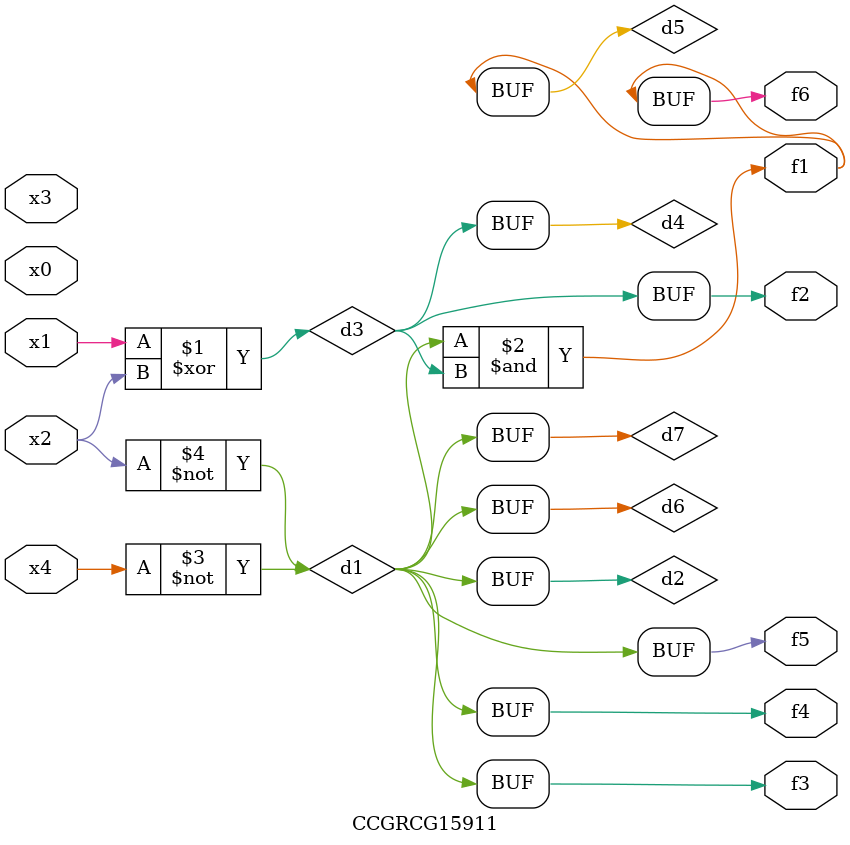
<source format=v>
module CCGRCG15911(
	input x0, x1, x2, x3, x4,
	output f1, f2, f3, f4, f5, f6
);

	wire d1, d2, d3, d4, d5, d6, d7;

	not (d1, x4);
	not (d2, x2);
	xor (d3, x1, x2);
	buf (d4, d3);
	and (d5, d1, d3);
	buf (d6, d1, d2);
	buf (d7, d2);
	assign f1 = d5;
	assign f2 = d4;
	assign f3 = d7;
	assign f4 = d7;
	assign f5 = d7;
	assign f6 = d5;
endmodule

</source>
